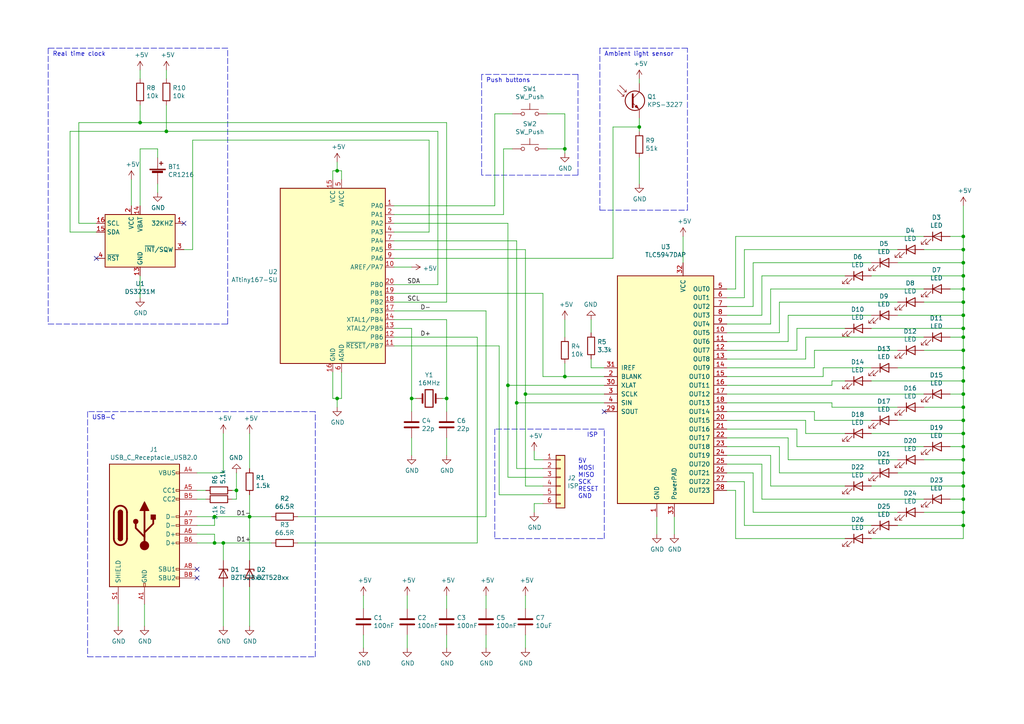
<source format=kicad_sch>
(kicad_sch (version 20211123) (generator eeschema)
  (paper "A4")
  (title_block (title "Berlin Uhr") (date "2021-12-23") (company "https://www.designer2k2.at"))
  (lib_symbols
    (symbol "Berlin_Uhr:KPS-3227" (pin_numbers hide)
      (property "Reference" "Q" (at 3.81 1.27 0))
      (property "Value" "KPS-3227" (at 7.62 -1.27 0))
      (symbol "KPS-3227_1_1"
        (pin passive line (at 0 5.08 270) (length 2.54) (name "~") (number "1"))
        (pin passive line (at 0 -5.08 90) (length 2.54) (name "~") (number "2"))
        (pin passive line (at 0 5.08 270) (length 2.54) (name "~") (number "3"))
        (pin passive line (at 0 -5.08 90) (length 2.54) hide (name "~") (number "4"))
      )
    )
    (symbol "Connector:USB_C_Receptacle_USB2.0" (pin_names (offset 1.016))
      (property "Reference" "J" (at -10.16 19.05 0))
      (property "Value" "USB_C_Receptacle_USB2.0" (at 19.05 19.05 0))
      (symbol "USB_C_Receptacle_USB2.0_1_1"
        (pin passive line (at 0 -22.86 90) (length 5.08) (name "GND") (number "A1"))
        (pin passive line (at 0 -22.86 90) (length 5.08) hide (name "GND") (number "A12"))
        (pin passive line (at 15.24 15.24 180) (length 5.08) (name "VBUS") (number "A4"))
        (pin bidirectional line (at 15.24 10.16 180) (length 5.08) (name "CC1") (number "A5"))
        (pin bidirectional line (at 15.24 -2.54 180) (length 5.08) (name "D+") (number "A6"))
        (pin bidirectional line (at 15.24 2.54 180) (length 5.08) (name "D-") (number "A7"))
        (pin bidirectional line (at 15.24 -12.7 180) (length 5.08) (name "SBU1") (number "A8"))
        (pin passive line (at 15.24 15.24 180) (length 5.08) hide (name "VBUS") (number "A9"))
        (pin passive line (at 0 -22.86 90) (length 5.08) hide (name "GND") (number "B1"))
        (pin passive line (at 0 -22.86 90) (length 5.08) hide (name "GND") (number "B12"))
        (pin passive line (at 15.24 15.24 180) (length 5.08) hide (name "VBUS") (number "B4"))
        (pin bidirectional line (at 15.24 7.62 180) (length 5.08) (name "CC2") (number "B5"))
        (pin bidirectional line (at 15.24 -5.08 180) (length 5.08) (name "D+") (number "B6"))
        (pin bidirectional line (at 15.24 0 180) (length 5.08) (name "D-") (number "B7"))
        (pin bidirectional line (at 15.24 -15.24 180) (length 5.08) (name "SBU2") (number "B8"))
        (pin passive line (at 15.24 15.24 180) (length 5.08) hide (name "VBUS") (number "B9"))
        (pin passive line (at -7.62 -22.86 90) (length 5.08) (name "SHIELD") (number "S1"))
      )
    )
    (symbol "Connector_Generic:Conn_01x06" (pin_names (offset 1.016) hide)
      (property "Reference" "J" (at 0 7.62 0))
      (property "Value" "Conn_01x06" (at 0 -10.16 0))
      (symbol "Conn_01x06_1_1"
        (pin passive line (at -5.08 5.08 0) (length 3.81) (name "Pin_1") (number "1"))
        (pin passive line (at -5.08 2.54 0) (length 3.81) (name "Pin_2") (number "2"))
        (pin passive line (at -5.08 0 0) (length 3.81) (name "Pin_3") (number "3"))
        (pin passive line (at -5.08 -2.54 0) (length 3.81) (name "Pin_4") (number "4"))
        (pin passive line (at -5.08 -5.08 0) (length 3.81) (name "Pin_5") (number "5"))
        (pin passive line (at -5.08 -7.62 0) (length 3.81) (name "Pin_6") (number "6"))
      )
    )
    (symbol "Device:Battery_Cell" (pin_numbers hide) (pin_names (offset 0) hide)
      (property "Reference" "BT" (at 2.54 2.54 0))
      (property "Value" "Battery_Cell" (at 2.54 0 0))
      (symbol "Battery_Cell_1_1"
        (pin passive line (at 0 5.08 270) (length 2.54) (name "+") (number "1"))
        (pin passive line (at 0 -2.54 90) (length 2.54) (name "-") (number "2"))
      )
    )
    (symbol "Device:C" (pin_numbers hide) (pin_names (offset 0.254))
      (property "Reference" "C" (at 0.635 2.54 0))
      (property "Value" "C" (at 0.635 -2.54 0))
      (symbol "C_1_1"
        (pin passive line (at 0 3.81 270) (length 2.794) (name "~") (number "1"))
        (pin passive line (at 0 -3.81 90) (length 2.794) (name "~") (number "2"))
      )
    )
    (symbol "Device:Crystal" (pin_numbers hide) (pin_names (offset 1.016) hide)
      (property "Reference" "Y" (at 0 3.81 0))
      (property "Value" "Crystal" (at 0 -3.81 0))
      (symbol "Crystal_1_1"
        (pin passive line (at -3.81 0 0) (length 1.27) (name "1") (number "1"))
        (pin passive line (at 3.81 0 180) (length 1.27) (name "2") (number "2"))
      )
    )
    (symbol "Device:LED" (pin_numbers hide) (pin_names (offset 1.016) hide)
      (property "Reference" "D" (at 0 2.54 0))
      (property "Value" "LED" (at 0 -2.54 0))
      (symbol "LED_1_1"
        (pin passive line (at -3.81 0 0) (length 2.54) (name "K") (number "1"))
        (pin passive line (at 3.81 0 180) (length 2.54) (name "A") (number "2"))
      )
    )
    (symbol "Device:R" (pin_numbers hide) (pin_names (offset 0))
      (property "Reference" "R" (at 2.032 0 90))
      (property "Value" "R" (at 0 0 90))
      (symbol "R_1_1"
        (pin passive line (at 0 3.81 270) (length 1.27) (name "~") (number "1"))
        (pin passive line (at 0 -3.81 90) (length 1.27) (name "~") (number "2"))
      )
    )
    (symbol "Diode:BZT52Bxx" (pin_numbers hide) (pin_names (offset 1.016) hide)
      (property "Reference" "D" (at 0 2.54 0))
      (property "Value" "BZT52Bxx" (at 0 -2.54 0))
      (symbol "BZT52Bxx_1_1"
        (pin passive line (at -3.81 0 0) (length 2.54) (name "K") (number "1"))
        (pin passive line (at 3.81 0 180) (length 2.54) (name "A") (number "2"))
      )
    )
    (symbol "Driver_LED:TLC5947DAP" (pin_names (offset 1.016))
      (property "Reference" "U" (at -13.97 38.1 0))
      (property "Value" "TLC5947DAP" (at -13.97 35.56 0))
      (symbol "TLC5947DAP_0_1"
        (pin power_in line (at -2.54 -35.56 90) (length 3.81) (name "GND") (number "1"))
        (pin output line (at 17.78 17.78 180) (length 3.81) (name "OUT5") (number "10"))
        (pin output line (at 17.78 15.24 180) (length 3.81) (name "OUT6") (number "11"))
        (pin output line (at 17.78 12.7 180) (length 3.81) (name "OUT7") (number "12"))
        (pin output line (at 17.78 10.16 180) (length 3.81) (name "OUT8") (number "13"))
        (pin output line (at 17.78 7.62 180) (length 3.81) (name "OUT9") (number "14"))
        (pin output line (at 17.78 5.08 180) (length 3.81) (name "OUT10") (number "15"))
        (pin output line (at 17.78 2.54 180) (length 3.81) (name "OUT11") (number "16"))
        (pin output line (at 17.78 0 180) (length 3.81) (name "OUT12") (number "17"))
        (pin output line (at 17.78 -2.54 180) (length 3.81) (name "OUT13") (number "18"))
        (pin output line (at 17.78 -5.08 180) (length 3.81) (name "OUT14") (number "19"))
        (pin input line (at -17.78 5.08 0) (length 3.81) (name "BLANK") (number "2"))
        (pin output line (at 17.78 -7.62 180) (length 3.81) (name "OUT15") (number "20"))
        (pin output line (at 17.78 -10.16 180) (length 3.81) (name "OUT16") (number "21"))
        (pin output line (at 17.78 -12.7 180) (length 3.81) (name "OUT17") (number "22"))
        (pin output line (at 17.78 -15.24 180) (length 3.81) (name "OUT18") (number "23"))
        (pin output line (at 17.78 -17.78 180) (length 3.81) (name "OUT19") (number "24"))
        (pin output line (at 17.78 -20.32 180) (length 3.81) (name "OUT20") (number "25"))
        (pin output line (at 17.78 -22.86 180) (length 3.81) (name "OUT21") (number "26"))
        (pin output line (at 17.78 -25.4 180) (length 3.81) (name "OUT22") (number "27"))
        (pin output line (at 17.78 -27.94 180) (length 3.81) (name "OUT23") (number "28"))
        (pin output line (at -17.78 -5.08 0) (length 3.81) (name "SOUT") (number "29"))
        (pin input line (at -17.78 0 0) (length 3.81) (name "SCLK") (number "3"))
        (pin input line (at -17.78 2.54 0) (length 3.81) (name "XLAT") (number "30"))
        (pin input line (at -17.78 7.62 0) (length 3.81) (name "IREF") (number "31"))
        (pin power_in line (at 5.08 38.1 270) (length 3.81) (name "VCC") (number "32"))
        (pin power_in line (at 2.54 -35.56 90) (length 3.81) (name "PowerPAD") (number "33"))
        (pin input line (at -17.78 -2.54 0) (length 3.81) (name "SIN") (number "4"))
        (pin output line (at 17.78 30.48 180) (length 3.81) (name "OUT0") (number "5"))
        (pin output line (at 17.78 27.94 180) (length 3.81) (name "OUT1") (number "6"))
        (pin output line (at 17.78 25.4 180) (length 3.81) (name "OUT2") (number "7"))
        (pin output line (at 17.78 22.86 180) (length 3.81) (name "OUT3") (number "8"))
        (pin output line (at 17.78 20.32 180) (length 3.81) (name "OUT4") (number "9"))
      )
    )
    (symbol "MCU_Microchip_ATtiny:ATtiny167-SU"
      (property "Reference" "U" (at -15.24 26.67 0))
      (property "Value" "MCU_Microchip_ATtiny_ATtiny167-SU" (at 5.08 -26.67 0))
      (symbol "ATtiny167-SU_1_1"
        (pin bidirectional line (at 17.78 20.32 180) (length 2.54) (name "PA0") (number "1"))
        (pin bidirectional line (at 17.78 2.54 180) (length 2.54) (name "AREF/PA7") (number "10"))
        (pin bidirectional line (at 17.78 -20.32 180) (length 2.54) (name "~{RESET}/PB7") (number "11"))
        (pin bidirectional line (at 17.78 -17.78 180) (length 2.54) (name "PB6") (number "12"))
        (pin bidirectional line (at 17.78 -15.24 180) (length 2.54) (name "XTAL2/PB5") (number "13"))
        (pin bidirectional line (at 17.78 -12.7 180) (length 2.54) (name "XTAL1/PB4") (number "14"))
        (pin power_in line (at 0 27.94 270) (length 2.54) (name "VCC") (number "15"))
        (pin power_in line (at 0 -27.94 90) (length 2.54) (name "GND") (number "16"))
        (pin bidirectional line (at 17.78 -10.16 180) (length 2.54) (name "PB3") (number "17"))
        (pin bidirectional line (at 17.78 -7.62 180) (length 2.54) (name "PB2") (number "18"))
        (pin bidirectional line (at 17.78 -5.08 180) (length 2.54) (name "PB1") (number "19"))
        (pin bidirectional line (at 17.78 17.78 180) (length 2.54) (name "PA1") (number "2"))
        (pin bidirectional line (at 17.78 -2.54 180) (length 2.54) (name "PB0") (number "20"))
        (pin bidirectional line (at 17.78 15.24 180) (length 2.54) (name "PA2") (number "3"))
        (pin bidirectional line (at 17.78 12.7 180) (length 2.54) (name "PA3") (number "4"))
        (pin power_in line (at 2.54 27.94 270) (length 2.54) (name "AVCC") (number "5"))
        (pin power_in line (at 2.54 -27.94 90) (length 2.54) (name "AGND") (number "6"))
        (pin bidirectional line (at 17.78 10.16 180) (length 2.54) (name "PA4") (number "7"))
        (pin bidirectional line (at 17.78 7.62 180) (length 2.54) (name "PA5") (number "8"))
        (pin bidirectional line (at 17.78 5.08 180) (length 2.54) (name "PA6") (number "9"))
      )
    )
    (symbol "Switch:SW_Push" (pin_numbers hide) (pin_names (offset 1.016) hide)
      (property "Reference" "SW" (at 1.27 2.54 0))
      (property "Value" "SW_Push" (at 0 -1.524 0))
      (symbol "SW_Push_0_1"
        (pin passive line (at -5.08 0 0) (length 2.54) (name "1") (number "1"))
        (pin passive line (at 5.08 0 180) (length 2.54) (name "2") (number "2"))
      )
    )
    (symbol "Timer_RTC:DS3231M"
      (property "Reference" "U" (at -7.62 8.89 0))
      (property "Value" "DS3231M" (at 10.16 8.89 0))
      (symbol "DS3231M_1_1"
        (pin open_collector line (at 12.7 5.08 180) (length 2.54) (name "32KHZ") (number "1"))
        (pin passive line (at 0 -10.16 90) (length 2.54) hide (name "GND") (number "10"))
        (pin passive line (at 0 -10.16 90) (length 2.54) hide (name "GND") (number "11"))
        (pin passive line (at 0 -10.16 90) (length 2.54) hide (name "GND") (number "12"))
        (pin power_in line (at 0 -10.16 90) (length 2.54) (name "GND") (number "13"))
        (pin power_in line (at 0 10.16 270) (length 2.54) (name "VBAT") (number "14"))
        (pin bidirectional line (at -12.7 2.54 0) (length 2.54) (name "SDA") (number "15"))
        (pin input line (at -12.7 5.08 0) (length 2.54) (name "SCL") (number "16"))
        (pin power_in line (at -2.54 10.16 270) (length 2.54) (name "VCC") (number "2"))
        (pin open_collector line (at 12.7 -2.54 180) (length 2.54) (name "~{INT}/SQW") (number "3"))
        (pin bidirectional line (at -12.7 -5.08 0) (length 2.54) (name "~{RST}") (number "4"))
        (pin passive line (at 0 -10.16 90) (length 2.54) hide (name "GND") (number "5"))
        (pin passive line (at 0 -10.16 90) (length 2.54) hide (name "GND") (number "6"))
        (pin passive line (at 0 -10.16 90) (length 2.54) hide (name "GND") (number "7"))
        (pin passive line (at 0 -10.16 90) (length 2.54) hide (name "GND") (number "8"))
        (pin passive line (at 0 -10.16 90) (length 2.54) hide (name "GND") (number "9"))
      )
    )
    (symbol "power:+5V" (power) (pin_names (offset 0))
      (property "Value" "+5V" (at 0 3.556 0))
      (symbol "+5V_1_1"
        (pin power_in line (at 0 0 90) (length 0) hide (name "+5V") (number "1"))
      )
    )
    (symbol "power:GND" (power) (pin_names (offset 0))
      (property "Value" "GND" (at 0 -3.81 0))
      (symbol "GND_1_1"
        (pin power_in line (at 0 0 270) (length 0) hide (name "GND") (number "1"))
      )
    )
  )
  (junction (at 279.4 101.6))
  (junction (at 119.38 115.57))
  (junction (at 279.4 129.54))
  (junction (at 279.4 91.44))
  (junction (at 62.23 149.86))
  (junction (at 40.64 35.56))
  (junction (at 279.4 95.25))
  (junction (at 163.83 109.22))
  (junction (at 163.83 43.18))
  (junction (at 129.54 115.57))
  (junction (at 185.42 36.83))
  (junction (at 279.4 106.68))
  (junction (at 64.77 157.48))
  (junction (at 279.4 133.35))
  (junction (at 72.39 149.86))
  (junction (at 279.4 83.82))
  (junction (at 279.4 125.73))
  (junction (at 97.79 49.53))
  (junction (at 97.79 115.57))
  (junction (at 279.4 121.92))
  (junction (at 279.4 152.4))
  (junction (at 279.4 68.58))
  (junction (at 68.58 142.24))
  (junction (at 279.4 148.59))
  (junction (at 279.4 118.11))
  (junction (at 149.86 116.84))
  (junction (at 152.4 114.3))
  (junction (at 279.4 76.2))
  (junction (at 62.23 157.48))
  (junction (at 279.4 114.3))
  (junction (at 279.4 110.49))
  (junction (at 279.4 137.16))
  (junction (at 279.4 140.97))
  (junction (at 279.4 72.39))
  (junction (at 279.4 144.78))
  (junction (at 48.26 38.1))
  (junction (at 147.32 111.76))
  (junction (at 279.4 87.63))
  (junction (at 279.4 97.79))
  (junction (at 279.4 80.01))
  (no_connect (at 57.15 165.1))
  (no_connect (at 27.94 74.93))
  (no_connect (at 57.15 167.64))
  (no_connect (at 53.34 64.77))
  (no_connect (at 175.26 119.38))
  (wire (pts (xy 40.64 35.56) (xy 129.54 35.56)))
  (wire (pts (xy 252.73 121.92) (xy 236.22 121.92)))
  (polyline (pts (xy 13.97 93.98) (xy 66.04 93.98)))
  (wire (pts (xy 129.54 132.08) (xy 129.54 127)))
  (wire (pts (xy 96.52 115.57) (xy 97.79 115.57)))
  (polyline (pts (xy 91.44 119.38) (xy 25.4 119.38)))
  (wire (pts (xy 267.97 101.6) (xy 279.4 101.6)))
  (wire (pts (xy 120.65 115.57) (xy 119.38 115.57)))
  (wire (pts (xy 245.11 95.25) (xy 231.14 95.25)))
  (wire (pts (xy 185.42 45.72) (xy 185.42 53.34)))
  (wire (pts (xy 245.11 110.49) (xy 241.3 110.49)))
  (wire (pts (xy 275.59 68.58) (xy 279.4 68.58)))
  (wire (pts (xy 279.4 91.44) (xy 279.4 95.25)))
  (wire (pts (xy 267.97 118.11) (xy 279.4 118.11)))
  (wire (pts (xy 218.44 88.9) (xy 210.82 88.9)))
  (wire (pts (xy 223.52 83.82) (xy 223.52 93.98)))
  (wire (pts (xy 64.77 125.73) (xy 64.77 137.16)))
  (wire (pts (xy 99.06 52.07) (xy 99.06 49.53)))
  (wire (pts (xy 163.83 92.71) (xy 163.83 97.79)))
  (wire (pts (xy 241.3 116.84) (xy 210.82 116.84)))
  (wire (pts (xy 48.26 38.1) (xy 20.32 38.1)))
  (wire (pts (xy 114.3 97.79) (xy 138.43 97.79)))
  (polyline (pts (xy 199.39 60.96) (xy 199.39 13.97)))
  (wire (pts (xy 231.14 129.54) (xy 231.14 124.46)))
  (wire (pts (xy 190.5 154.94) (xy 190.5 149.86)))
  (wire (pts (xy 114.3 82.55) (xy 127 82.55)))
  (wire (pts (xy 252.73 76.2) (xy 218.44 76.2)))
  (wire (pts (xy 118.11 172.72) (xy 118.11 176.53)))
  (wire (pts (xy 279.4 140.97) (xy 279.4 144.78)))
  (wire (pts (xy 226.06 129.54) (xy 210.82 129.54)))
  (wire (pts (xy 45.72 43.18) (xy 45.72 45.72)))
  (wire (pts (xy 40.64 20.32) (xy 40.64 22.86)))
  (wire (pts (xy 228.6 99.06) (xy 210.82 99.06)))
  (wire (pts (xy 129.54 187.96) (xy 129.54 184.15)))
  (wire (pts (xy 252.73 91.44) (xy 228.6 91.44)))
  (wire (pts (xy 220.98 134.62) (xy 210.82 134.62)))
  (wire (pts (xy 149.86 69.85) (xy 149.86 116.84)))
  (wire (pts (xy 228.6 127) (xy 210.82 127)))
  (wire (pts (xy 218.44 148.59) (xy 218.44 137.16)))
  (wire (pts (xy 57.15 154.94) (xy 62.23 154.94)))
  (wire (pts (xy 233.68 125.73) (xy 233.68 121.92)))
  (wire (pts (xy 226.06 96.52) (xy 210.82 96.52)))
  (wire (pts (xy 40.64 30.48) (xy 40.64 35.56)))
  (wire (pts (xy 241.3 118.11) (xy 260.35 118.11)))
  (wire (pts (xy 213.36 68.58) (xy 213.36 83.82)))
  (wire (pts (xy 138.43 157.48) (xy 86.36 157.48)))
  (wire (pts (xy 279.4 76.2) (xy 279.4 80.01)))
  (wire (pts (xy 41.91 175.26) (xy 41.91 181.61)))
  (wire (pts (xy 152.4 172.72) (xy 152.4 176.53)))
  (wire (pts (xy 124.46 40.64) (xy 124.46 67.31)))
  (wire (pts (xy 152.4 140.97) (xy 157.48 140.97)))
  (polyline (pts (xy 173.99 60.96) (xy 199.39 60.96)))
  (wire (pts (xy 279.4 106.68) (xy 279.4 110.49)))
  (wire (pts (xy 279.4 118.11) (xy 279.4 121.92)))
  (wire (pts (xy 220.98 80.01) (xy 220.98 91.44)))
  (wire (pts (xy 148.59 43.18) (xy 146.05 43.18)))
  (wire (pts (xy 22.86 64.77) (xy 22.86 35.56)))
  (polyline (pts (xy 139.7 21.59) (xy 139.7 50.8)))
  (wire (pts (xy 252.73 156.21) (xy 279.4 156.21)))
  (wire (pts (xy 171.45 92.71) (xy 171.45 96.52)))
  (wire (pts (xy 152.4 187.96) (xy 152.4 184.15)))
  (wire (pts (xy 279.4 148.59) (xy 279.4 152.4)))
  (wire (pts (xy 279.4 133.35) (xy 279.4 137.16)))
  (wire (pts (xy 215.9 86.36) (xy 210.82 86.36)))
  (wire (pts (xy 55.88 40.64) (xy 55.88 72.39)))
  (wire (pts (xy 226.06 137.16) (xy 226.06 129.54)))
  (wire (pts (xy 236.22 121.92) (xy 236.22 119.38)))
  (wire (pts (xy 238.76 106.68) (xy 238.76 109.22)))
  (wire (pts (xy 260.35 148.59) (xy 218.44 148.59)))
  (wire (pts (xy 213.36 142.24) (xy 210.82 142.24)))
  (polyline (pts (xy 167.64 21.59) (xy 167.64 50.8)))
  (wire (pts (xy 68.58 137.16) (xy 68.58 142.24)))
  (wire (pts (xy 236.22 119.38) (xy 210.82 119.38)))
  (wire (pts (xy 48.26 20.32) (xy 48.26 22.86)))
  (wire (pts (xy 62.23 152.4) (xy 62.23 149.86)))
  (wire (pts (xy 64.77 137.16) (xy 57.15 137.16)))
  (wire (pts (xy 279.4 121.92) (xy 279.4 125.73)))
  (wire (pts (xy 114.3 74.93) (xy 177.8 74.93)))
  (wire (pts (xy 275.59 144.78) (xy 279.4 144.78)))
  (wire (pts (xy 279.4 144.78) (xy 279.4 148.59)))
  (wire (pts (xy 213.36 83.82) (xy 210.82 83.82)))
  (wire (pts (xy 157.48 109.22) (xy 163.83 109.22)))
  (wire (pts (xy 279.4 68.58) (xy 279.4 72.39)))
  (wire (pts (xy 267.97 129.54) (xy 231.14 129.54)))
  (wire (pts (xy 231.14 124.46) (xy 210.82 124.46)))
  (wire (pts (xy 114.3 90.17) (xy 140.97 90.17)))
  (wire (pts (xy 267.97 72.39) (xy 279.4 72.39)))
  (wire (pts (xy 228.6 91.44) (xy 228.6 99.06)))
  (wire (pts (xy 114.3 87.63) (xy 129.54 87.63)))
  (wire (pts (xy 157.48 133.35) (xy 154.94 133.35)))
  (wire (pts (xy 215.9 152.4) (xy 215.9 139.7)))
  (wire (pts (xy 99.06 115.57) (xy 99.06 107.95)))
  (wire (pts (xy 260.35 137.16) (xy 279.4 137.16)))
  (polyline (pts (xy 25.4 119.38) (xy 25.4 190.5)))
  (wire (pts (xy 129.54 115.57) (xy 128.27 115.57)))
  (wire (pts (xy 279.4 129.54) (xy 279.4 133.35)))
  (wire (pts (xy 158.75 43.18) (xy 163.83 43.18)))
  (wire (pts (xy 252.73 95.25) (xy 279.4 95.25)))
  (wire (pts (xy 223.52 140.97) (xy 223.52 132.08)))
  (wire (pts (xy 57.15 152.4) (xy 62.23 152.4)))
  (polyline (pts (xy 199.39 13.97) (xy 173.99 13.97)))
  (wire (pts (xy 48.26 30.48) (xy 48.26 38.1)))
  (wire (pts (xy 233.68 104.14) (xy 210.82 104.14)))
  (wire (pts (xy 40.64 43.18) (xy 45.72 43.18)))
  (wire (pts (xy 218.44 137.16) (xy 210.82 137.16)))
  (wire (pts (xy 177.8 36.83) (xy 185.42 36.83)))
  (wire (pts (xy 59.69 144.78) (xy 57.15 144.78)))
  (wire (pts (xy 105.41 172.72) (xy 105.41 176.53)))
  (wire (pts (xy 260.35 106.68) (xy 279.4 106.68)))
  (wire (pts (xy 129.54 172.72) (xy 129.54 176.53)))
  (wire (pts (xy 279.4 59.69) (xy 279.4 68.58)))
  (wire (pts (xy 252.73 152.4) (xy 215.9 152.4)))
  (wire (pts (xy 72.39 143.51) (xy 72.39 149.86)))
  (wire (pts (xy 152.4 114.3) (xy 152.4 140.97)))
  (wire (pts (xy 279.4 110.49) (xy 279.4 114.3)))
  (wire (pts (xy 48.26 38.1) (xy 127 38.1)))
  (polyline (pts (xy 143.51 156.21) (xy 175.26 156.21)))
  (wire (pts (xy 114.3 100.33) (xy 144.78 100.33)))
  (wire (pts (xy 62.23 154.94) (xy 62.23 157.48)))
  (wire (pts (xy 97.79 115.57) (xy 99.06 115.57)))
  (wire (pts (xy 252.73 80.01) (xy 279.4 80.01)))
  (wire (pts (xy 245.11 156.21) (xy 213.36 156.21)))
  (wire (pts (xy 105.41 187.96) (xy 105.41 184.15)))
  (wire (pts (xy 96.52 49.53) (xy 96.52 52.07)))
  (wire (pts (xy 114.3 62.23) (xy 146.05 62.23)))
  (wire (pts (xy 97.79 49.53) (xy 96.52 49.53)))
  (wire (pts (xy 62.23 149.86) (xy 72.39 149.86)))
  (wire (pts (xy 152.4 114.3) (xy 175.26 114.3)))
  (wire (pts (xy 114.3 64.77) (xy 147.32 64.77)))
  (wire (pts (xy 279.4 80.01) (xy 279.4 83.82)))
  (wire (pts (xy 72.39 125.73) (xy 72.39 135.89)))
  (wire (pts (xy 40.64 59.69) (xy 40.64 43.18)))
  (wire (pts (xy 97.79 118.11) (xy 97.79 115.57)))
  (wire (pts (xy 220.98 144.78) (xy 220.98 134.62)))
  (wire (pts (xy 228.6 133.35) (xy 228.6 127)))
  (wire (pts (xy 220.98 91.44) (xy 210.82 91.44)))
  (wire (pts (xy 215.9 139.7) (xy 210.82 139.7)))
  (wire (pts (xy 140.97 187.96) (xy 140.97 184.15)))
  (wire (pts (xy 114.3 72.39) (xy 152.4 72.39)))
  (wire (pts (xy 157.48 85.09) (xy 114.3 85.09)))
  (wire (pts (xy 171.45 106.68) (xy 171.45 104.14)))
  (wire (pts (xy 236.22 101.6) (xy 236.22 106.68)))
  (wire (pts (xy 114.3 92.71) (xy 129.54 92.71)))
  (wire (pts (xy 40.64 35.56) (xy 22.86 35.56)))
  (wire (pts (xy 233.68 97.79) (xy 233.68 104.14)))
  (wire (pts (xy 127 38.1) (xy 127 82.55)))
  (wire (pts (xy 267.97 133.35) (xy 279.4 133.35)))
  (wire (pts (xy 144.78 143.51) (xy 157.48 143.51)))
  (polyline (pts (xy 173.99 13.97) (xy 173.99 60.96)))
  (wire (pts (xy 163.83 33.02) (xy 163.83 43.18)))
  (wire (pts (xy 149.86 69.85) (xy 114.3 69.85)))
  (wire (pts (xy 140.97 172.72) (xy 140.97 176.53)))
  (wire (pts (xy 114.3 67.31) (xy 124.46 67.31)))
  (wire (pts (xy 140.97 90.17) (xy 140.97 149.86)))
  (polyline (pts (xy 66.04 13.97) (xy 13.97 13.97)))
  (wire (pts (xy 245.11 140.97) (xy 223.52 140.97)))
  (wire (pts (xy 260.35 91.44) (xy 279.4 91.44)))
  (wire (pts (xy 241.3 118.11) (xy 241.3 116.84)))
  (wire (pts (xy 152.4 72.39) (xy 152.4 114.3)))
  (wire (pts (xy 260.35 101.6) (xy 236.22 101.6)))
  (wire (pts (xy 223.52 93.98) (xy 210.82 93.98)))
  (wire (pts (xy 72.39 162.56) (xy 72.39 149.86)))
  (wire (pts (xy 129.54 92.71) (xy 129.54 115.57)))
  (wire (pts (xy 279.4 101.6) (xy 279.4 106.68)))
  (wire (pts (xy 175.26 109.22) (xy 163.83 109.22)))
  (wire (pts (xy 279.4 87.63) (xy 279.4 91.44)))
  (wire (pts (xy 226.06 87.63) (xy 226.06 96.52)))
  (wire (pts (xy 67.31 142.24) (xy 68.58 142.24)))
  (wire (pts (xy 279.4 114.3) (xy 279.4 118.11)))
  (wire (pts (xy 147.32 64.77) (xy 147.32 111.76)))
  (wire (pts (xy 163.83 109.22) (xy 163.83 105.41)))
  (wire (pts (xy 147.32 111.76) (xy 175.26 111.76)))
  (polyline (pts (xy 25.4 190.5) (xy 91.44 190.5)))
  (wire (pts (xy 233.68 121.92) (xy 210.82 121.92)))
  (wire (pts (xy 119.38 95.25) (xy 119.38 115.57)))
  (wire (pts (xy 279.4 125.73) (xy 279.4 129.54)))
  (wire (pts (xy 86.36 149.86) (xy 140.97 149.86)))
  (wire (pts (xy 260.35 76.2) (xy 279.4 76.2)))
  (wire (pts (xy 114.3 95.25) (xy 119.38 95.25)))
  (wire (pts (xy 231.14 95.25) (xy 231.14 101.6)))
  (wire (pts (xy 22.86 64.77) (xy 27.94 64.77)))
  (wire (pts (xy 114.3 59.69) (xy 143.51 59.69)))
  (wire (pts (xy 99.06 49.53) (xy 97.79 49.53)))
  (wire (pts (xy 275.59 97.79) (xy 279.4 97.79)))
  (wire (pts (xy 57.15 142.24) (xy 59.69 142.24)))
  (wire (pts (xy 144.78 100.33) (xy 144.78 143.51)))
  (wire (pts (xy 195.58 154.94) (xy 195.58 149.86)))
  (wire (pts (xy 62.23 149.86) (xy 57.15 149.86)))
  (wire (pts (xy 175.26 116.84) (xy 149.86 116.84)))
  (polyline (pts (xy 13.97 13.97) (xy 13.97 93.98)))
  (wire (pts (xy 279.4 72.39) (xy 279.4 76.2)))
  (wire (pts (xy 267.97 114.3) (xy 210.82 114.3)))
  (wire (pts (xy 218.44 76.2) (xy 218.44 88.9)))
  (wire (pts (xy 68.58 142.24) (xy 68.58 144.78)))
  (wire (pts (xy 157.48 85.09) (xy 157.48 109.22)))
  (wire (pts (xy 267.97 83.82) (xy 223.52 83.82)))
  (wire (pts (xy 119.38 77.47) (xy 114.3 77.47)))
  (wire (pts (xy 279.4 95.25) (xy 279.4 97.79)))
  (wire (pts (xy 279.4 83.82) (xy 279.4 87.63)))
  (wire (pts (xy 72.39 149.86) (xy 78.74 149.86)))
  (wire (pts (xy 275.59 114.3) (xy 279.4 114.3)))
  (wire (pts (xy 241.3 110.49) (xy 241.3 111.76)))
  (wire (pts (xy 149.86 135.89) (xy 157.48 135.89)))
  (wire (pts (xy 260.35 121.92) (xy 279.4 121.92)))
  (wire (pts (xy 260.35 87.63) (xy 226.06 87.63)))
  (wire (pts (xy 260.35 133.35) (xy 228.6 133.35)))
  (wire (pts (xy 252.73 106.68) (xy 238.76 106.68)))
  (wire (pts (xy 267.97 148.59) (xy 279.4 148.59)))
  (wire (pts (xy 20.32 67.31) (xy 27.94 67.31)))
  (wire (pts (xy 238.76 109.22) (xy 210.82 109.22)))
  (wire (pts (xy 275.59 83.82) (xy 279.4 83.82)))
  (wire (pts (xy 260.35 152.4) (xy 279.4 152.4)))
  (wire (pts (xy 158.75 33.02) (xy 163.83 33.02)))
  (wire (pts (xy 62.23 157.48) (xy 57.15 157.48)))
  (wire (pts (xy 143.51 33.02) (xy 148.59 33.02)))
  (wire (pts (xy 149.86 116.84) (xy 149.86 135.89)))
  (wire (pts (xy 185.42 34.29) (xy 185.42 36.83)))
  (wire (pts (xy 245.11 80.01) (xy 220.98 80.01)))
  (polyline (pts (xy 167.64 21.59) (xy 139.7 21.59)))
  (wire (pts (xy 252.73 125.73) (xy 279.4 125.73)))
  (wire (pts (xy 275.59 129.54) (xy 279.4 129.54)))
  (wire (pts (xy 146.05 43.18) (xy 146.05 62.23)))
  (wire (pts (xy 185.42 36.83) (xy 185.42 38.1)))
  (wire (pts (xy 267.97 144.78) (xy 220.98 144.78)))
  (wire (pts (xy 163.83 44.45) (xy 163.83 43.18)))
  (wire (pts (xy 177.8 36.83) (xy 177.8 74.93)))
  (polyline (pts (xy 175.26 124.46) (xy 143.51 124.46)))
  (wire (pts (xy 147.32 111.76) (xy 147.32 138.43)))
  (wire (pts (xy 119.38 115.57) (xy 119.38 119.38)))
  (wire (pts (xy 223.52 132.08) (xy 210.82 132.08)))
  (wire (pts (xy 213.36 156.21) (xy 213.36 142.24)))
  (wire (pts (xy 185.42 22.86) (xy 185.42 24.13)))
  (wire (pts (xy 119.38 132.08) (xy 119.38 127)))
  (wire (pts (xy 279.4 137.16) (xy 279.4 140.97)))
  (wire (pts (xy 78.74 157.48) (xy 64.77 157.48)))
  (polyline (pts (xy 167.64 50.8) (xy 139.7 50.8)))
  (wire (pts (xy 267.97 68.58) (xy 213.36 68.58)))
  (wire (pts (xy 215.9 72.39) (xy 215.9 86.36)))
  (wire (pts (xy 129.54 119.38) (xy 129.54 115.57)))
  (polyline (pts (xy 66.04 93.98) (xy 66.04 13.97)))
  (wire (pts (xy 72.39 181.61) (xy 72.39 170.18)))
  (wire (pts (xy 40.64 86.36) (xy 40.64 80.01)))
  (wire (pts (xy 241.3 111.76) (xy 210.82 111.76)))
  (wire (pts (xy 279.4 97.79) (xy 279.4 101.6)))
  (wire (pts (xy 175.26 106.68) (xy 171.45 106.68)))
  (polyline (pts (xy 91.44 190.5) (xy 91.44 119.38)))
  (wire (pts (xy 260.35 72.39) (xy 215.9 72.39)))
  (wire (pts (xy 252.73 137.16) (xy 226.06 137.16)))
  (wire (pts (xy 55.88 72.39) (xy 53.34 72.39)))
  (wire (pts (xy 143.51 59.69) (xy 143.51 33.02)))
  (wire (pts (xy 252.73 110.49) (xy 279.4 110.49)))
  (wire (pts (xy 157.48 146.05) (xy 154.94 146.05)))
  (wire (pts (xy 252.73 140.97) (xy 279.4 140.97)))
  (polyline (pts (xy 175.26 156.21) (xy 175.26 124.46)))
  (wire (pts (xy 64.77 181.61) (xy 64.77 170.18)))
  (wire (pts (xy 118.11 187.96) (xy 118.11 184.15)))
  (wire (pts (xy 64.77 157.48) (xy 62.23 157.48)))
  (wire (pts (xy 55.88 40.64) (xy 124.46 40.64)))
  (wire (pts (xy 20.32 38.1) (xy 20.32 67.31)))
  (wire (pts (xy 38.1 52.07) (xy 38.1 59.69)))
  (wire (pts (xy 231.14 101.6) (xy 210.82 101.6)))
  (wire (pts (xy 279.4 152.4) (xy 279.4 156.21)))
  (wire (pts (xy 198.12 68.58) (xy 198.12 76.2)))
  (wire (pts (xy 154.94 133.35) (xy 154.94 130.81)))
  (wire (pts (xy 45.72 55.88) (xy 45.72 53.34)))
  (wire (pts (xy 267.97 97.79) (xy 233.68 97.79)))
  (wire (pts (xy 138.43 97.79) (xy 138.43 157.48)))
  (wire (pts (xy 96.52 107.95) (xy 96.52 115.57)))
  (wire (pts (xy 34.29 181.61) (xy 34.29 175.26)))
  (wire (pts (xy 154.94 146.05) (xy 154.94 148.59)))
  (wire (pts (xy 97.79 49.53) (xy 97.79 46.99)))
  (wire (pts (xy 236.22 106.68) (xy 210.82 106.68)))
  (wire (pts (xy 147.32 138.43) (xy 157.48 138.43)))
  (wire (pts (xy 245.11 125.73) (xy 233.68 125.73)))
  (polyline (pts (xy 143.51 124.46) (xy 143.51 156.21)))
  (wire (pts (xy 64.77 162.56) (xy 64.77 157.48)))
  (wire (pts (xy 68.58 144.78) (xy 67.31 144.78)))
  (wire (pts (xy 267.97 87.63) (xy 279.4 87.63)))
  (wire (pts (xy 129.54 35.56) (xy 129.54 87.63)))
  (text "Ambient light sensor" (at 175.26 16.51 0) (effects (font (size 1.27 1.27)) (justify left bottom)))
  (text "Real time clock" (at 15.24 16.51 0) (effects (font (size 1.27 1.27)) (justify left bottom)))
  (text "USB-C" (at 26.67 121.92 0) (effects (font (size 1.27 1.27)) (justify left bottom)))
  (text "Push buttons" (at 140.97 24.13 0) (effects (font (size 1.27 1.27)) (justify left bottom)))
  (text "ISP" (at 170.18 127 0) (effects (font (size 1.27 1.27)) (justify left bottom)))
  (text "5V\nMOSI\nMISO\nSCK\nRESET\nGND" (at 167.64 144.78 0) (effects (font (size 1.27 1.27)) (justify left bottom)))
  (label "D1+" (at 68.58 157.48 0))
  (label "D+" (at 121.92 97.79 0))
  (label "D-" (at 121.92 90.17 0))
  (label "SDA" (at 118.11 82.55 0))
  (label "SCL" (at 118.11 87.63 0))
  (label "D1-" (at 68.58 149.86 0))
  (symbol (lib_id "Driver_LED:TLC5947DAP") (at 193.04 114.3 0) (unit 1)
    (property "Reference" "U3" (at 193.04 71.6026 0))
    (property "Value" "TLC5947DAP" (at 193.04 73.914 0))
    (property "Footprint" "Package_SO:HTSSOP-32-1EP_6.1x11mm_P0.65mm_EP5.2x11mm_Mask4.11x4.36mm_ThermalVias" (effects hide))
    (property "Datasheet" "http://www.ti.com/lit/ds/symlink/tlc5947.pdf" (effects hide))
  )
  (symbol (lib_id "MCU_Microchip_ATtiny:ATtiny167-SU") (at 96.52 80.01 0) (unit 1)
    (property "Reference" "U2" (at 80.5434 78.8416 0) (effects (justify right)))
    (property "Value" "ATtiny167-SU" (at 80.5434 81.153 0) (effects (justify right)))
    (property "Footprint" "Package_SO:SOIC-20W_7.5x12.8mm_P1.27mm" (effects hide))
    (property "Datasheet" "http://ww1.microchip.com/downloads/en/DeviceDoc/Atmel-8265-8-bit-AVR-Microcontroller-tinyAVR-ATtiny87-ATtiny167_datasheet.pdf" (effects hide))
  )
  (symbol (lib_id "Device:Crystal") (at 124.46 115.57 0) (unit 1)
    (property "Reference" "Y1" (at 124.46 108.7628 0))
    (property "Value" "16MHz" (at 124.46 111.0742 0))
    (property "Footprint" "Crystal:Crystal_SMD_TXC_7A-2Pin_5x3.2mm" (effects hide))
  )
  (symbol (lib_id "Device:C") (at 119.38 123.19 0) (unit 1)
    (property "Reference" "C4" (at 122.301 122.0216 0) (effects (justify left)))
    (property "Value" "22p" (at 122.301 124.333 0) (effects (justify left)))
    (property "Footprint" "Capacitor_SMD:C_0805_2012Metric" (effects hide))
  )
  (symbol (lib_id "Device:C") (at 129.54 123.19 0) (unit 1)
    (property "Reference" "C6" (at 132.461 122.0216 0) (effects (justify left)))
    (property "Value" "22p" (at 132.461 124.333 0) (effects (justify left)))
    (property "Footprint" "Capacitor_SMD:C_0805_2012Metric" (effects hide))
  )
  (symbol (lib_id "power:GND") (at 119.38 132.08 0) (unit 1)
    (property "Reference" "#PWR018" (effects hide))
    (property "Value" "GND" (at 119.507 136.4742 0))
  )
  (symbol (lib_id "Connector:USB_C_Receptacle_USB2.0") (at 41.91 152.4 0) (unit 1)
    (property "Reference" "J1" (at 44.6278 130.3782 0))
    (property "Value" "USB_C_Receptacle_USB2.0" (at 44.6278 132.6896 0))
    (property "Footprint" "Connector_USB:USB_C_Receptacle_HRO_TYPE-C-31-M-12" (effects hide))
    (property "Datasheet" "https://www.usb.org/sites/default/files/documents/usb_type-c.zip" (effects hide))
    (property "DigiKey" "900-2171790001CT-ND" (effects hide))
  )
  (symbol (lib_id "power:GND") (at 129.54 132.08 0) (unit 1)
    (property "Reference" "#PWR021" (effects hide))
    (property "Value" "GND" (at 129.667 136.4742 0))
  )
  (symbol (lib_id "power:GND") (at 41.91 181.61 0) (unit 1)
    (property "Reference" "#PWR03" (effects hide))
    (property "Value" "GND" (at 42.037 186.0042 0))
  )
  (symbol (lib_id "power:GND") (at 34.29 181.61 0) (unit 1)
    (property "Reference" "#PWR02" (effects hide))
    (property "Value" "GND" (at 34.417 186.0042 0))
  )
  (symbol (lib_id "power:+5V") (at 64.77 125.73 0) (unit 1)
    (property "Reference" "#PWR06" (effects hide))
    (property "Value" "+5V" (at 65.151 121.3358 0))
  )
  (symbol (lib_id "Device:R") (at 82.55 149.86 270) (unit 1)
    (property "Reference" "R2" (at 82.55 144.6022 90))
    (property "Value" "66.5R" (at 82.55 146.9136 90))
    (property "Footprint" "Resistor_SMD:R_1206_3216Metric" (effects hide))
  )
  (symbol (lib_id "Device:R") (at 82.55 157.48 270) (unit 1)
    (property "Reference" "R3" (at 82.55 152.2222 90))
    (property "Value" "66.5R" (at 82.55 154.5336 90))
    (property "Footprint" "Resistor_SMD:R_1206_3216Metric" (effects hide))
  )
  (symbol (lib_id "Device:R") (at 72.39 139.7 0) (unit 1)
    (property "Reference" "R1" (at 74.168 138.5316 0) (effects (justify left)))
    (property "Value" "1.5k" (at 74.168 140.843 0) (effects (justify left)))
    (property "Footprint" "Resistor_SMD:R_1206_3216Metric" (effects hide))
  )
  (symbol (lib_id "power:+5V") (at 72.39 125.73 0) (unit 1)
    (property "Reference" "#PWR08" (effects hide))
    (property "Value" "+5V" (at 72.771 121.3358 0))
  )
  (symbol (lib_id "power:GND") (at 64.77 181.61 0) (unit 1)
    (property "Reference" "#PWR07" (effects hide))
    (property "Value" "GND" (at 64.897 186.0042 0))
  )
  (symbol (lib_id "power:GND") (at 72.39 181.61 0) (unit 1)
    (property "Reference" "#PWR09" (effects hide))
    (property "Value" "GND" (at 72.517 186.0042 0))
  )
  (symbol (lib_id "power:+5V") (at 97.79 46.99 0) (unit 1)
    (property "Reference" "#PWR010" (effects hide))
    (property "Value" "+5V" (at 98.171 42.5958 0))
  )
  (symbol (lib_id "power:GND") (at 97.79 118.11 0) (unit 1)
    (property "Reference" "#PWR011" (effects hide))
    (property "Value" "GND" (at 97.917 122.5042 0))
  )
  (symbol (lib_id "Device:Battery_Cell") (at 45.72 50.8 0) (unit 1)
    (property "Reference" "BT1" (at 48.7172 48.3616 0) (effects (justify left)))
    (property "Value" "CR1216" (at 48.7172 50.673 0) (effects (justify left)))
    (property "Footprint" "Battery:BatteryHolder_Keystone_3000_1x12mm" (effects hide))
  )
  (symbol (lib_id "power:GND") (at 40.64 86.36 0) (unit 1)
    (property "Reference" "#PWR05" (effects hide))
    (property "Value" "GND" (at 40.767 90.7542 0))
  )
  (symbol (lib_id "power:+5V") (at 38.1 52.07 0) (unit 1)
    (property "Reference" "#PWR04" (effects hide))
    (property "Value" "+5V" (at 38.481 47.6758 0))
  )
  (symbol (lib_id "power:GND") (at 45.72 55.88 0) (unit 1)
    (property "Reference" "#PWR01" (effects hide))
    (property "Value" "GND" (at 45.847 60.2742 0))
  )
  (symbol (lib_id "power:GND") (at 190.5 154.94 0) (unit 1)
    (property "Reference" "#PWR027" (effects hide))
    (property "Value" "GND" (at 190.627 159.3342 0))
  )
  (symbol (lib_id "power:GND") (at 195.58 154.94 0) (unit 1)
    (property "Reference" "#PWR028" (effects hide))
    (property "Value" "GND" (at 195.707 159.3342 0))
  )
  (symbol (lib_id "power:+5V") (at 198.12 68.58 0) (unit 1)
    (property "Reference" "#PWR029" (effects hide))
    (property "Value" "+5V" (at 198.501 64.1858 0))
  )
  (symbol (lib_id "Device:R") (at 171.45 100.33 180) (unit 1)
    (property "Reference" "R5" (at 173.228 99.1616 0) (effects (justify right)))
    (property "Value" "3.3k" (at 173.228 101.473 0) (effects (justify right)))
    (property "Footprint" "Resistor_SMD:R_1206_3216Metric" (effects hide))
  )
  (symbol (lib_id "Device:R") (at 163.83 101.6 0) (unit 1)
    (property "Reference" "R4" (at 165.608 100.4316 0) (effects (justify left)))
    (property "Value" "10k" (at 165.608 102.743 0) (effects (justify left)))
    (property "Footprint" "Resistor_SMD:R_1206_3216Metric" (effects hide))
  )
  (symbol (lib_id "power:GND") (at 171.45 92.71 180) (unit 1)
    (property "Reference" "#PWR026" (effects hide))
    (property "Value" "GND" (at 171.323 88.3158 0))
  )
  (symbol (lib_id "Device:C") (at 105.41 180.34 0) (unit 1)
    (property "Reference" "C1" (at 108.331 179.1716 0) (effects (justify left)))
    (property "Value" "100nF" (at 108.331 181.483 0) (effects (justify left)))
    (property "Footprint" "Capacitor_SMD:C_1206_3216Metric" (effects hide))
  )
  (symbol (lib_id "power:GND") (at 105.41 187.96 0) (unit 1)
    (property "Reference" "#PWR013" (effects hide))
    (property "Value" "GND" (at 105.537 192.3542 0))
  )
  (symbol (lib_id "power:+5V") (at 105.41 172.72 0) (unit 1)
    (property "Reference" "#PWR012" (effects hide))
    (property "Value" "+5V" (at 105.791 168.3258 0))
  )
  (symbol (lib_id "Device:C") (at 118.11 180.34 0) (unit 1)
    (property "Reference" "C2" (at 121.031 179.1716 0) (effects (justify left)))
    (property "Value" "100nF" (at 121.031 181.483 0) (effects (justify left)))
    (property "Footprint" "Capacitor_SMD:C_1206_3216Metric" (effects hide))
  )
  (symbol (lib_id "power:GND") (at 118.11 187.96 0) (unit 1)
    (property "Reference" "#PWR015" (effects hide))
    (property "Value" "GND" (at 118.237 192.3542 0))
  )
  (symbol (lib_id "power:+5V") (at 118.11 172.72 0) (unit 1)
    (property "Reference" "#PWR014" (effects hide))
    (property "Value" "+5V" (at 118.491 168.3258 0))
  )
  (symbol (lib_id "Device:C") (at 129.54 180.34 0) (unit 1)
    (property "Reference" "C3" (at 132.461 179.1716 0) (effects (justify left)))
    (property "Value" "100nF" (at 132.461 181.483 0) (effects (justify left)))
    (property "Footprint" "Capacitor_SMD:C_1206_3216Metric" (effects hide))
  )
  (symbol (lib_id "power:GND") (at 129.54 187.96 0) (unit 1)
    (property "Reference" "#PWR017" (effects hide))
    (property "Value" "GND" (at 129.667 192.3542 0))
  )
  (symbol (lib_id "power:+5V") (at 129.54 172.72 0) (unit 1)
    (property "Reference" "#PWR016" (effects hide))
    (property "Value" "+5V" (at 129.921 168.3258 0))
  )
  (symbol (lib_id "Device:C") (at 140.97 180.34 0) (unit 1)
    (property "Reference" "C5" (at 143.891 179.1716 0) (effects (justify left)))
    (property "Value" "100nF" (at 143.891 181.483 0) (effects (justify left)))
    (property "Footprint" "Capacitor_SMD:C_1206_3216Metric" (effects hide))
  )
  (symbol (lib_id "power:GND") (at 140.97 187.96 0) (unit 1)
    (property "Reference" "#PWR020" (effects hide))
    (property "Value" "GND" (at 141.097 192.3542 0))
  )
  (symbol (lib_id "power:+5V") (at 140.97 172.72 0) (unit 1)
    (property "Reference" "#PWR019" (effects hide))
    (property "Value" "+5V" (at 141.351 168.3258 0))
  )
  (symbol (lib_id "Device:C") (at 152.4 180.34 0) (unit 1)
    (property "Reference" "C7" (at 155.321 179.1716 0) (effects (justify left)))
    (property "Value" "10uF" (at 155.321 181.483 0) (effects (justify left)))
    (property "Footprint" "Capacitor_SMD:C_0805_2012Metric" (effects hide))
  )
  (symbol (lib_id "power:GND") (at 152.4 187.96 0) (unit 1)
    (property "Reference" "#PWR023" (effects hide))
    (property "Value" "GND" (at 152.527 192.3542 0))
  )
  (symbol (lib_id "power:+5V") (at 152.4 172.72 0) (unit 1)
    (property "Reference" "#PWR022" (effects hide))
    (property "Value" "+5V" (at 152.781 168.3258 0))
  )
  (symbol (lib_id "Device:R") (at 63.5 142.24 90) (unit 1)
    (property "Reference" "R6" (at 62.3316 140.462 0) (effects (justify left)))
    (property "Value" "5.1k" (at 64.643 140.462 0) (effects (justify left)))
    (property "Footprint" "Resistor_SMD:R_1206_3216Metric" (effects hide))
  )
  (symbol (lib_id "Device:R") (at 63.5 144.78 270) (unit 1)
    (property "Reference" "R7" (at 64.6684 146.558 0) (effects (justify left)))
    (property "Value" "5.1k" (at 62.357 146.558 0) (effects (justify left)))
    (property "Footprint" "Resistor_SMD:R_1206_3216Metric" (effects hide))
  )
  (symbol (lib_id "power:GND") (at 68.58 137.16 180) (unit 1)
    (property "Reference" "#PWR0101" (effects hide))
    (property "Value" "GND" (at 68.453 132.7658 0))
  )
  (symbol (lib_id "power:+5V") (at 119.38 77.47 270) (unit 1)
    (property "Reference" "#PWR038" (effects hide))
    (property "Value" "+5V" (at 122.6312 77.851 90) (effects (justify left)))
  )
  (symbol (lib_id "Device:LED") (at 271.78 68.58 0) (unit 1)
    (property "Reference" "D3" (at 271.6022 63.0682 0))
    (property "Value" "LED" (at 271.6022 65.3796 0))
    (property "Footprint" "Diode_SMD:D_1206_3216Metric" (effects hide))
  )
  (symbol (lib_id "power:+5V") (at 279.4 59.69 0) (unit 1)
    (property "Reference" "#PWR030" (effects hide))
    (property "Value" "+5V" (at 279.781 55.2958 0))
  )
  (symbol (lib_id "Berlin_Uhr:KPS-3227") (at 185.42 29.21 0) (unit 1)
    (property "Reference" "Q1" (at 187.706 28.0416 0) (effects (justify left)))
    (property "Value" "KPS-3227" (at 187.706 30.353 0) (effects (justify left)))
    (property "Footprint" "Berlin_Uhr:Kingbright_KPS-3227" (effects hide))
    (property "Datasheet" "https://www.kingbright.com/attachments/file/psearch/000/00/00/KPS-3227SP1C(Ver.16).pdf" (effects hide))
  )
  (symbol (lib_id "Device:R") (at 185.42 41.91 0) (unit 1)
    (property "Reference" "R9" (at 187.198 40.7416 0) (effects (justify left)))
    (property "Value" "51k" (at 187.198 43.053 0) (effects (justify left)))
    (property "Footprint" "Resistor_SMD:R_1206_3216Metric" (effects hide))
  )
  (symbol (lib_id "Device:R") (at 40.64 26.67 0) (unit 1)
    (property "Reference" "R8" (at 42.418 25.5016 0) (effects (justify left)))
    (property "Value" "10k" (at 42.418 27.813 0) (effects (justify left)))
    (property "Footprint" "Resistor_SMD:R_1206_3216Metric" (effects hide))
  )
  (symbol (lib_id "Device:R") (at 48.26 26.67 0) (unit 1)
    (property "Reference" "R10" (at 50.038 25.5016 0) (effects (justify left)))
    (property "Value" "10k" (at 50.038 27.813 0) (effects (justify left)))
    (property "Footprint" "Resistor_SMD:R_1206_3216Metric" (effects hide))
  )
  (symbol (lib_id "Switch:SW_Push") (at 153.67 33.02 0) (unit 1)
    (property "Reference" "SW1" (at 153.67 25.781 0))
    (property "Value" "SW_Push" (at 153.67 28.0924 0))
    (property "Footprint" "Button_Switch_SMD:SW_SPST_B3U-3000P" (effects hide))
  )
  (symbol (lib_id "Switch:SW_Push") (at 153.67 43.18 0) (unit 1)
    (property "Reference" "SW2" (at 153.67 35.941 0))
    (property "Value" "SW_Push" (at 153.67 38.2524 0))
    (property "Footprint" "Button_Switch_SMD:SW_SPST_B3U-3000P" (effects hide))
  )
  (symbol (lib_id "Device:LED") (at 264.16 72.39 0) (unit 1)
    (property "Reference" "D4" (at 263.9822 66.8782 0))
    (property "Value" "LED" (at 263.9822 69.1896 0))
    (property "Footprint" "Diode_SMD:D_1206_3216Metric" (effects hide))
  )
  (symbol (lib_id "Device:LED") (at 248.92 80.01 0) (unit 1)
    (property "Reference" "D6" (at 248.7422 74.4982 0))
    (property "Value" "LED" (at 248.7422 76.8096 0))
    (property "Footprint" "Diode_SMD:D_1206_3216Metric" (effects hide))
  )
  (symbol (lib_id "Device:LED") (at 256.54 76.2 0) (unit 1)
    (property "Reference" "D5" (at 256.3622 70.6882 0))
    (property "Value" "LED" (at 256.3622 72.9996 0))
    (property "Footprint" "Diode_SMD:D_1206_3216Metric" (effects hide))
  )
  (symbol (lib_id "Device:LED") (at 271.78 83.82 0) (unit 1)
    (property "Reference" "D7" (at 271.6022 78.3082 0))
    (property "Value" "LED" (at 271.6022 80.6196 0))
    (property "Footprint" "Diode_SMD:D_1206_3216Metric" (effects hide))
  )
  (symbol (lib_id "Device:LED") (at 264.16 87.63 0) (unit 1)
    (property "Reference" "D8" (at 263.9822 82.1182 0))
    (property "Value" "LED" (at 263.9822 84.4296 0))
    (property "Footprint" "Diode_SMD:D_1206_3216Metric" (effects hide))
  )
  (symbol (lib_id "Device:LED") (at 256.54 91.44 0) (unit 1)
    (property "Reference" "D9" (at 256.3622 85.9282 0))
    (property "Value" "LED" (at 256.3622 88.2396 0))
    (property "Footprint" "Diode_SMD:D_1206_3216Metric" (effects hide))
  )
  (symbol (lib_id "Device:LED") (at 271.78 97.79 0) (unit 1)
    (property "Reference" "D11" (at 271.6022 92.2782 0))
    (property "Value" "LED" (at 271.6022 94.5896 0))
    (property "Footprint" "Diode_SMD:D_1206_3216Metric" (effects hide))
  )
  (symbol (lib_id "Device:LED") (at 248.92 95.25 0) (unit 1)
    (property "Reference" "D10" (at 248.7422 89.7382 0))
    (property "Value" "LED" (at 248.7422 92.0496 0))
    (property "Footprint" "Diode_SMD:D_1206_3216Metric" (effects hide))
  )
  (symbol (lib_id "Device:LED") (at 264.16 101.6 0) (unit 1)
    (property "Reference" "D12" (at 263.9822 96.0882 0))
    (property "Value" "LED" (at 263.9822 98.3996 0))
    (property "Footprint" "Diode_SMD:D_1206_3216Metric" (effects hide))
  )
  (symbol (lib_id "power:+5V") (at 185.42 22.86 0) (unit 1)
    (property "Reference" "#PWR035" (effects hide))
    (property "Value" "+5V" (at 185.801 18.4658 0))
  )
  (symbol (lib_id "power:+5V") (at 40.64 20.32 0) (unit 1)
    (property "Reference" "#PWR034" (effects hide))
    (property "Value" "+5V" (at 41.021 15.9258 0))
  )
  (symbol (lib_id "power:+5V") (at 48.26 20.32 0) (unit 1)
    (property "Reference" "#PWR037" (effects hide))
    (property "Value" "+5V" (at 48.641 15.9258 0))
  )
  (symbol (lib_id "Device:LED") (at 256.54 106.68 0) (unit 1)
    (property "Reference" "D13" (at 256.3622 101.1682 0))
    (property "Value" "LED" (at 256.3622 103.4796 0))
    (property "Footprint" "Diode_SMD:D_1206_3216Metric" (effects hide))
  )
  (symbol (lib_id "Device:LED") (at 248.92 110.49 0) (unit 1)
    (property "Reference" "D14" (at 248.7422 104.9782 0))
    (property "Value" "LED" (at 248.7422 107.2896 0))
    (property "Footprint" "Diode_SMD:D_1206_3216Metric" (effects hide))
  )
  (symbol (lib_id "Device:LED") (at 264.16 118.11 0) (unit 1)
    (property "Reference" "D16" (at 263.9822 112.5982 0))
    (property "Value" "LED" (at 263.9822 114.9096 0))
    (property "Footprint" "Diode_SMD:D_1206_3216Metric" (effects hide))
  )
  (symbol (lib_id "Device:LED") (at 271.78 114.3 0) (unit 1)
    (property "Reference" "D15" (at 271.6022 108.7882 0))
    (property "Value" "LED" (at 271.6022 111.0996 0))
    (property "Footprint" "Diode_SMD:D_1206_3216Metric" (effects hide))
  )
  (symbol (lib_id "Device:LED") (at 256.54 121.92 0) (unit 1)
    (property "Reference" "D17" (at 256.3622 116.4082 0))
    (property "Value" "LED" (at 256.3622 118.7196 0))
    (property "Footprint" "Diode_SMD:D_1206_3216Metric" (effects hide))
  )
  (symbol (lib_id "Connector_Generic:Conn_01x06") (at 162.56 138.43 0) (unit 1)
    (property "Reference" "J2" (at 164.592 138.6332 0) (effects (justify left)))
    (property "Value" "ISP" (at 164.592 140.9446 0) (effects (justify left)))
    (property "Footprint" "Connector_PinHeader_1.27mm:PinHeader_1x06_P1.27mm_Vertical" (effects hide))
  )
  (symbol (lib_id "power:+5V") (at 154.94 130.81 0) (unit 1)
    (property "Reference" "#PWR024" (effects hide))
    (property "Value" "+5V" (at 155.321 126.4158 0))
  )
  (symbol (lib_id "power:GND") (at 154.94 148.59 0) (unit 1)
    (property "Reference" "#PWR031" (effects hide))
    (property "Value" "GND" (at 155.067 152.9842 0))
  )
  (symbol (lib_id "Device:LED") (at 248.92 125.73 0) (unit 1)
    (property "Reference" "D18" (at 248.7422 120.2182 0))
    (property "Value" "LED" (at 248.7422 122.5296 0))
    (property "Footprint" "Diode_SMD:D_1206_3216Metric" (effects hide))
  )
  (symbol (lib_id "Device:LED") (at 271.78 129.54 0) (unit 1)
    (property "Reference" "D19" (at 271.6022 124.0282 0))
    (property "Value" "LED" (at 271.6022 126.3396 0))
    (property "Footprint" "Diode_SMD:D_1206_3216Metric" (effects hide))
  )
  (symbol (lib_id "Device:LED") (at 256.54 137.16 0) (unit 1)
    (property "Reference" "D21" (at 256.3622 131.6482 0))
    (property "Value" "LED" (at 256.3622 133.9596 0))
    (property "Footprint" "Diode_SMD:D_1206_3216Metric" (effects hide))
  )
  (symbol (lib_id "Device:LED") (at 264.16 133.35 0) (unit 1)
    (property "Reference" "D20" (at 263.9822 127.8382 0))
    (property "Value" "LED" (at 263.9822 130.1496 0))
    (property "Footprint" "Diode_SMD:D_1206_3216Metric" (effects hide))
  )
  (symbol (lib_id "Device:LED") (at 248.92 140.97 0) (unit 1)
    (property "Reference" "D22" (at 248.7422 135.4582 0))
    (property "Value" "LED" (at 248.7422 137.7696 0))
    (property "Footprint" "Diode_SMD:D_1206_3216Metric" (effects hide))
  )
  (symbol (lib_id "Device:LED") (at 264.16 148.59 0) (unit 1)
    (property "Reference" "D24" (at 263.9822 143.0782 0))
    (property "Value" "LED" (at 263.9822 145.3896 0))
    (property "Footprint" "Diode_SMD:D_1206_3216Metric" (effects hide))
  )
  (symbol (lib_id "Device:LED") (at 271.78 144.78 0) (unit 1)
    (property "Reference" "D23" (at 271.6022 139.2682 0))
    (property "Value" "LED" (at 271.6022 141.5796 0))
    (property "Footprint" "Diode_SMD:D_1206_3216Metric" (effects hide))
  )
  (symbol (lib_id "Device:LED") (at 256.54 152.4 0) (unit 1)
    (property "Reference" "D25" (at 256.3622 146.8882 0))
    (property "Value" "LED" (at 256.3622 149.1996 0))
    (property "Footprint" "Diode_SMD:D_1206_3216Metric" (effects hide))
  )
  (symbol (lib_id "Device:LED") (at 248.92 156.21 0) (unit 1)
    (property "Reference" "D26" (at 248.7422 150.6982 0))
    (property "Value" "LED" (at 248.7422 153.0096 0))
    (property "Footprint" "Diode_SMD:D_1206_3216Metric" (effects hide))
  )
  (symbol (lib_id "power:GND") (at 185.42 53.34 0) (unit 1)
    (property "Reference" "#PWR036" (effects hide))
    (property "Value" "GND" (at 185.547 57.7342 0))
  )
  (symbol (lib_id "Timer_RTC:DS3231M") (at 40.64 69.85 0) (unit 1)
    (property "Reference" "U1" (at 40.64 82.2706 0))
    (property "Value" "DS3231M" (at 40.64 84.582 0))
    (property "Footprint" "Package_SO:SOIC-16W_7.5x10.3mm_P1.27mm" (effects hide))
    (property "Datasheet" "http://datasheets.maximintegrated.com/en/ds/DS3231.pdf" (effects hide))
  )
  (symbol (lib_id "power:GND") (at 163.83 44.45 0) (unit 1)
    (property "Reference" "#PWR032" (effects hide))
    (property "Value" "GND" (at 163.957 48.8442 0))
  )
  (symbol (lib_id "Diode:BZT52Bxx") (at 64.77 166.37 270) (unit 1)
    (property "Reference" "D1" (at 66.802 165.2016 90) (effects (justify left)))
    (property "Value" "BZT52Bxx" (at 66.802 167.513 90) (effects (justify left)))
    (property "Footprint" "Diode_SMD:D_SOD-123" (effects hide))
    (property "Datasheet" "https://diotec.com/tl_files/diotec/files/pdf/datasheets/bzt52b2v4.pdf" (effects hide))
  )
  (symbol (lib_id "Diode:BZT52Bxx") (at 72.39 166.37 270) (unit 1)
    (property "Reference" "D2" (at 74.422 165.2016 90) (effects (justify left)))
    (property "Value" "BZT52Bxx" (at 74.422 167.513 90) (effects (justify left)))
    (property "Footprint" "Diode_SMD:D_SOD-123" (effects hide))
    (property "Datasheet" "https://diotec.com/tl_files/diotec/files/pdf/datasheets/bzt52b2v4.pdf" (effects hide))
  )
  (symbol (lib_id "power:+5V") (at 163.83 92.71 0) (unit 1)
    (property "Reference" "#PWR0102" (effects hide))
    (property "Value" "+5V" (at 164.211 88.3158 0))
  )
)
</source>
